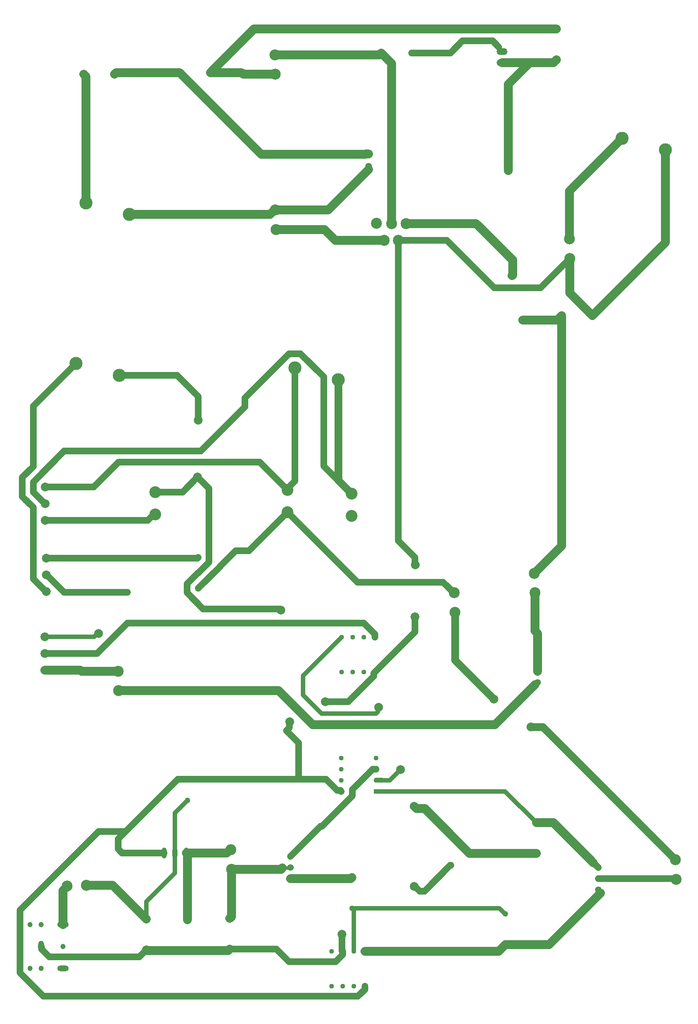
<source format=gbl>
G04*
G04 #@! TF.GenerationSoftware,Altium Limited,Altium Designer,25.4.2 (15)*
G04*
G04 Layer_Physical_Order=2*
G04 Layer_Color=16711680*
%FSLAX44Y44*%
%MOMM*%
G71*
G04*
G04 #@! TF.SameCoordinates,B37D86E9-8EB0-469F-8F7F-38126ABF2200*
G04*
G04*
G04 #@! TF.FilePolarity,Positive*
G04*
G01*
G75*
%ADD30C,1.0000*%
%ADD31C,1.5000*%
%ADD32C,2.0000*%
%ADD33C,1.8000*%
%ADD34C,2.0000*%
%ADD35O,2.5000X1.5000*%
%ADD36C,3.0000*%
%ADD37C,1.5000*%
%ADD38O,1.2000X2.5000*%
%ADD39C,2.5000*%
%ADD40C,1.2580*%
%ADD41O,1.3080X2.6160*%
%ADD42O,2.6160X1.3080*%
%ADD43C,1.2000*%
%ADD44C,1.1300*%
%ADD45R,1.1300X1.1300*%
%ADD46R,1.1300X1.1300*%
%ADD47C,2.7000*%
%ADD48C,0.8000*%
D30*
X953127Y758817D02*
X955040Y760730D01*
X953127Y750304D02*
Y758817D01*
X949182Y746360D02*
X953127Y750304D01*
X824835Y746360D02*
X949182D01*
X782320Y788875D02*
X824835Y746360D01*
X782320Y788875D02*
Y833120D01*
X869950Y920750D01*
X489484Y427886D02*
Y519964D01*
X518160Y548640D01*
X897890Y203530D02*
Y297752D01*
X894080Y302260D02*
X1230642D01*
X1243902Y289000D01*
X1244600D01*
X949020Y594360D02*
X980440D01*
X1004570Y618490D01*
X949020Y594360D02*
X949269Y594609D01*
X962760D01*
X949020Y568960D02*
X1244040D01*
X1315720Y497280D01*
X312254Y929640D02*
X314960D01*
X304534Y921920D02*
X312254Y929640D01*
X191770Y921920D02*
X304534D01*
X894080Y301562D02*
Y302260D01*
Y301562D02*
X897890Y297752D01*
X489484Y382209D02*
Y427886D01*
X424180Y316904D02*
X489484Y382209D01*
X424180Y277570D02*
Y316904D01*
D31*
X728980Y985520D02*
X731520Y982980D01*
X553925Y985520D02*
X728980D01*
X517290Y1022155D02*
X553925Y985520D01*
X517290Y1022155D02*
Y1042865D01*
X541935Y1067510D01*
X542645D01*
X567290Y1092155D01*
Y1260240D01*
X541020Y1286510D02*
X567290Y1260240D01*
X592290Y1081799D02*
Y1082510D01*
X542290Y1032510D02*
X543001D01*
X592290Y1081799D01*
Y1082510D02*
X628137Y1118357D01*
X195580Y1100990D02*
X540770D01*
X542290Y1102510D01*
X494030Y1518920D02*
X542290Y1470660D01*
Y1416050D02*
Y1470660D01*
X1000109Y1141111D02*
Y1827141D01*
X829830Y1311390D02*
X892810Y1248410D01*
X776732Y1567930D02*
X829830Y1514832D01*
X1102393Y1046480D02*
X1126523Y1022350D01*
X1127760D01*
X906780Y1046480D02*
X1102393D01*
X649204Y1467326D02*
X749808Y1567930D01*
X776732D01*
X683260Y1320800D02*
X746760Y1257300D01*
X360722Y1320800D02*
X683260D01*
X829830Y1311390D02*
Y1514832D01*
X649204Y1446404D02*
Y1467326D01*
X548601Y1345800D02*
X649204Y1446404D01*
X236299Y1345800D02*
X548601D01*
X165540Y1275041D02*
X236299Y1345800D01*
X165540Y1252259D02*
Y1275041D01*
Y1252259D02*
X192149Y1225650D01*
X193040D01*
X140540Y1285396D02*
X165540Y1310396D01*
X140540Y1241904D02*
Y1285396D01*
Y1241904D02*
X165540Y1216904D01*
Y1310396D02*
Y1448240D01*
Y1054139D02*
Y1216904D01*
X444500Y1252220D02*
X506730D01*
X541020Y1286510D01*
X943900Y839100D02*
X946150Y841350D01*
X943900Y831761D02*
Y839100D01*
X885569Y773430D02*
X943900Y831761D01*
X833120Y773430D02*
X885569D01*
X750883Y726753D02*
X751840Y727710D01*
X750883Y714327D02*
Y726753D01*
X744083Y707527D02*
X750883Y714327D01*
X744083Y707527D02*
X772160Y679450D01*
Y596900D02*
Y679450D01*
Y596900D02*
X834341D01*
X315035Y477595D02*
X377115D01*
X135180Y297740D02*
X315035Y477595D01*
X135180Y154896D02*
Y297740D01*
Y154896D02*
X189096Y100980D01*
X907479D01*
X923290Y116791D01*
Y124130D01*
X377115Y477595D02*
X448160Y548640D01*
X825503Y489487D02*
X894620Y558605D01*
X860031Y571210D02*
X867370D01*
X834341Y596900D02*
X860031Y571210D01*
X448160Y548640D02*
X496420Y596900D01*
X867370Y571210D02*
X869620Y568960D01*
X496420Y596900D02*
X772160D01*
X871220Y204800D02*
X872490Y203530D01*
X871220Y204800D02*
Y242570D01*
X1036320Y351790D02*
X1037673D01*
X1048605Y340858D01*
X1059678D01*
X1118720Y399900D01*
X1120140D01*
X941681Y619760D02*
X949020D01*
X894620Y572699D02*
X941681Y619760D01*
X1000109Y1827141D02*
X1110369D01*
X1146690Y2282070D02*
X1215510D01*
X1229360Y2268220D01*
X946150Y841350D02*
X1037590Y932790D01*
Y967740D01*
X1037903Y1086807D02*
X1038860Y1085850D01*
X1037903Y1086807D02*
Y1103317D01*
X1000109Y1141111D02*
X1037903Y1103317D01*
X1325050Y1718750D02*
X1391920Y1785620D01*
X1110369Y1827141D02*
X1218760Y1718750D01*
X1325050D01*
X872490Y196191D02*
Y203530D01*
X856679Y180380D02*
X872490Y196191D01*
X749910Y180380D02*
X856679D01*
X721450Y208840D02*
X749910Y180380D01*
X614680Y208840D02*
X721450D01*
X361950Y1518920D02*
X494030D01*
X303571Y1263650D02*
X360722Y1320800D01*
X193040Y1263650D02*
X303571D01*
X1118870Y2254250D02*
X1146690Y2282070D01*
X165540Y1448240D02*
X262890Y1545590D01*
X165540Y1054139D02*
X194689Y1024990D01*
X195580D01*
X746760Y1206500D02*
X906780Y1046480D01*
X658617Y1118357D02*
X746760Y1206500D01*
X628137Y1118357D02*
X658617D01*
X946150Y920750D02*
Y928089D01*
X921179Y953060D02*
X946150Y928089D01*
X381000Y953060D02*
X921179D01*
X894620Y558605D02*
Y572699D01*
X822227Y489487D02*
X825503D01*
X753110Y420370D02*
X822227Y489487D01*
X1030680Y2254250D02*
X1118870D01*
X441253Y1201420D02*
X444500D01*
X427483Y1187650D02*
X441253Y1201420D01*
X193040Y1187650D02*
X427483D01*
X746760Y1257300D02*
Y1260547D01*
X763270Y1277057D01*
Y1535430D01*
X195580Y1062990D02*
X196471D01*
X236401Y1023060D01*
X381000D01*
X311860Y883920D02*
X381000Y953060D01*
X191770Y883920D02*
X311860D01*
X183680Y214630D02*
X184640Y213670D01*
Y209050D02*
X202560Y191130D01*
X184640Y209050D02*
Y213670D01*
X407740Y191130D02*
X424180Y207570D01*
X202560Y191130D02*
X407740D01*
X1445260Y406400D02*
X1456690Y394970D01*
X1633220Y369570D02*
X1634490Y368300D01*
X1456690Y369570D02*
X1633220D01*
X359410Y459890D02*
X377115Y477595D01*
X359410Y437140D02*
Y459890D01*
Y437140D02*
X368197Y428354D01*
X464345D01*
D32*
X803910Y721360D02*
X1220470D01*
X360680Y798830D02*
X726440D01*
X803910Y721360D01*
X1036320Y534670D02*
X1041400Y529590D01*
X1060450D01*
X1120140Y469900D01*
X1250950Y2183130D02*
X1300480Y2232660D01*
X1250950Y1986280D02*
Y2183130D01*
X1300480Y2232660D02*
X1354530D01*
X1017417Y1865132D02*
X1177788D01*
X984606Y1865136D02*
Y2230324D01*
X960680Y2254250D02*
X984606Y2230324D01*
X1236980Y2232660D02*
X1300480D01*
X670000Y2309570D02*
X1361440D01*
X1363270Y1644650D02*
X1373430Y1654810D01*
X1283970Y1644650D02*
X1363270D01*
X1259840Y1746250D02*
X1261110Y1747520D01*
Y1781810D01*
X1177788Y1865132D02*
X1261110Y1781810D01*
X1391920Y1706320D02*
Y1785620D01*
Y1706320D02*
X1443430Y1654810D01*
X1610360Y1821740D02*
Y2033270D01*
X1443430Y1654810D02*
X1610360Y1821740D01*
X1373430Y1129590D02*
Y1654810D01*
X1310640Y1066800D02*
X1373430Y1129590D01*
X1354530Y2232660D02*
X1361440Y2239570D01*
X570230Y2209800D02*
X670000Y2309570D01*
X645753Y2205990D02*
X718820D01*
X641944Y2209800D02*
X645753Y2205990D01*
X570230Y2209800D02*
X641944D01*
X1390650Y1939290D02*
X1511300Y2059940D01*
X1390650Y1830070D02*
Y1939290D01*
X856347Y1826591D02*
X967534D01*
X831277Y1851660D02*
X856347Y1826591D01*
X720090Y1851660D02*
X831277D01*
X839470Y1896110D02*
X932180Y1988820D01*
X718820Y1896110D02*
X839470D01*
X924560Y2023110D02*
X925390Y2023940D01*
X686920Y2023110D02*
X924560D01*
X925390Y2023940D02*
X932180D01*
X717467Y1896110D02*
X718820D01*
X707307Y1885950D02*
X717467Y1896110D01*
X384810Y1885950D02*
X707307D01*
X500230Y2209800D02*
X686920Y2023110D01*
X956870Y2250440D02*
X960680Y2254250D01*
X717550Y2250440D02*
X956870D01*
X355040Y2209800D02*
X500230D01*
X351230Y2205990D02*
X355040Y2209800D01*
X281230Y2205990D02*
X285750Y2201470D01*
Y1912620D02*
Y2201470D01*
X611580Y205740D02*
X614680Y208840D01*
X518160Y205740D02*
X611580D01*
X426010D02*
X518160D01*
X424180Y207570D02*
X426010Y205740D01*
X1311910Y935313D02*
Y1022350D01*
Y935313D02*
X1318260Y928963D01*
Y843280D02*
Y928963D01*
X1220470Y721360D02*
X1311910Y812800D01*
X276234Y843280D02*
X359410D01*
X273594Y845920D02*
X276234Y843280D01*
X191770Y845920D02*
X273594D01*
X891390Y369570D02*
X894080Y372260D01*
X753110Y369570D02*
X891390D01*
X618490Y391160D02*
X732274D01*
X735072Y393958D01*
X1120140Y469900D02*
X1162760Y427280D01*
X1315720D01*
X1354380Y497280D02*
X1445260Y406400D01*
X1315720Y497280D02*
X1354380D01*
X1344220Y219000D02*
X1461770Y336550D01*
X1244600Y219000D02*
X1344220D01*
X1229130Y203530D02*
X1244600Y219000D01*
X923290Y203530D02*
X1229130D01*
X614680Y278840D02*
X618490Y282650D01*
Y391160D01*
X615867Y435610D02*
X617220D01*
X608247Y427990D02*
X615867Y435610D01*
X515620Y427990D02*
X608247D01*
X518160Y275740D02*
Y425490D01*
X515660Y427990D02*
X518160Y425490D01*
X515620Y427990D02*
X515660D01*
X347420Y354330D02*
X424180Y277570D01*
X287020Y354330D02*
X347420D01*
X242570Y351707D02*
Y353060D01*
X233680Y342817D02*
X242570Y351707D01*
X233680Y264630D02*
Y342817D01*
D33*
X1330073Y715897D02*
X1633220Y412750D01*
X1303403Y715897D02*
X1330073D01*
X1303020Y716280D02*
X1303403Y715897D01*
X1129030Y868680D02*
X1217930Y779780D01*
X1129030Y868680D02*
Y977900D01*
X862330Y1278890D02*
X892810Y1248410D01*
X862330Y1278890D02*
Y1508760D01*
D34*
X193040Y1187650D02*
D03*
Y1225650D02*
D03*
Y1263650D02*
D03*
X191770Y845920D02*
D03*
Y883920D02*
D03*
Y921920D02*
D03*
X195580Y1024990D02*
D03*
Y1062990D02*
D03*
Y1100990D02*
D03*
X955040Y760730D02*
D03*
X731520Y982980D02*
D03*
X542290Y1416050D02*
D03*
X541020Y1286510D02*
D03*
X833120Y773430D02*
D03*
X751840Y727710D02*
D03*
X871220Y242570D02*
D03*
X1036320Y351790D02*
D03*
X1004570Y618490D02*
D03*
X1036320Y534670D02*
D03*
X1250950Y1986280D02*
D03*
X1037590Y967740D02*
D03*
X1038860Y1085850D02*
D03*
X1283970Y1644650D02*
D03*
X1259840Y1746250D02*
D03*
X1303020Y716280D02*
D03*
X1217930Y779780D02*
D03*
X314960Y929640D02*
D03*
D35*
X1236980Y2258060D02*
D03*
Y2232660D02*
D03*
D36*
X862330Y1508760D02*
D03*
X763270Y1535430D02*
D03*
X262890Y1545590D02*
D03*
X361950Y1518920D02*
D03*
X1511300Y2059940D02*
D03*
X1610360Y2033270D02*
D03*
X285750Y1912620D02*
D03*
X384810Y1885950D02*
D03*
D37*
X1456690Y344170D02*
D03*
Y369570D02*
D03*
Y394970D02*
D03*
X753110Y369570D02*
D03*
Y394970D02*
D03*
Y420370D02*
D03*
X932180Y1996440D02*
D03*
Y2021840D02*
D03*
X1318260Y817880D02*
D03*
Y843280D02*
D03*
D38*
X515620Y427990D02*
D03*
X489484Y427886D02*
D03*
X464345Y428354D02*
D03*
D39*
X967534Y1826591D02*
D03*
X1000109Y1827141D02*
D03*
X949633Y1865660D02*
D03*
X984606Y1865136D02*
D03*
X1017417Y1865132D02*
D03*
X242570Y353060D02*
D03*
X287020Y354330D02*
D03*
X617220Y435610D02*
D03*
X618490Y391160D02*
D03*
X1633220Y412750D02*
D03*
X1634490Y368300D02*
D03*
X359410Y843280D02*
D03*
X360680Y798830D02*
D03*
X1127760Y1022350D02*
D03*
X1129030Y977900D02*
D03*
X1391920Y1785620D02*
D03*
X1390650Y1830070D02*
D03*
X720090Y1851660D02*
D03*
X718820Y1896110D02*
D03*
X1310640Y1066800D02*
D03*
X1311910Y1022350D02*
D03*
X717550Y2250440D02*
D03*
X718820Y2205990D02*
D03*
D40*
X448160Y548640D02*
D03*
X518160D02*
D03*
X424180Y277570D02*
D03*
Y207570D02*
D03*
X518160Y275740D02*
D03*
Y205740D02*
D03*
X614680Y278840D02*
D03*
Y208840D02*
D03*
X1315720Y497280D02*
D03*
Y427280D02*
D03*
X1120140Y469900D02*
D03*
Y399900D02*
D03*
X1244600Y219000D02*
D03*
Y289000D02*
D03*
X894080Y372260D02*
D03*
Y302260D02*
D03*
X542290Y1102510D02*
D03*
Y1032510D02*
D03*
X381000Y953060D02*
D03*
Y1023060D02*
D03*
X1443430Y1654810D02*
D03*
X1373430D02*
D03*
X1361440Y2239570D02*
D03*
Y2309570D02*
D03*
X281230Y2205990D02*
D03*
X351230D02*
D03*
X570230Y2209800D02*
D03*
X500230D02*
D03*
X1030680Y2254250D02*
D03*
X960680D02*
D03*
D41*
X183680Y214630D02*
D03*
D42*
X233680Y164630D02*
D03*
Y264630D02*
D03*
D43*
X158680D02*
D03*
X183680D02*
D03*
X233680Y214630D02*
D03*
X158680Y164630D02*
D03*
X183680D02*
D03*
D44*
X869620Y568960D02*
D03*
Y594360D02*
D03*
Y619760D02*
D03*
Y645160D02*
D03*
X949020D02*
D03*
Y619760D02*
D03*
Y594360D02*
D03*
X923290Y124130D02*
D03*
X897890D02*
D03*
X872490D02*
D03*
X847090D02*
D03*
Y203530D02*
D03*
X872490D02*
D03*
X897890D02*
D03*
X946150Y841350D02*
D03*
X920750D02*
D03*
X895350D02*
D03*
X869950D02*
D03*
Y920750D02*
D03*
X895350D02*
D03*
X920750D02*
D03*
D45*
X949020Y568960D02*
D03*
D46*
X923290Y203530D02*
D03*
X946150Y920750D02*
D03*
D47*
X892810Y1248410D02*
D03*
Y1197610D02*
D03*
X746760Y1206500D02*
D03*
Y1257300D02*
D03*
X444500Y1201420D02*
D03*
Y1252220D02*
D03*
D48*
X735072Y393958D02*
X752098D01*
X753110Y394970D01*
M02*

</source>
